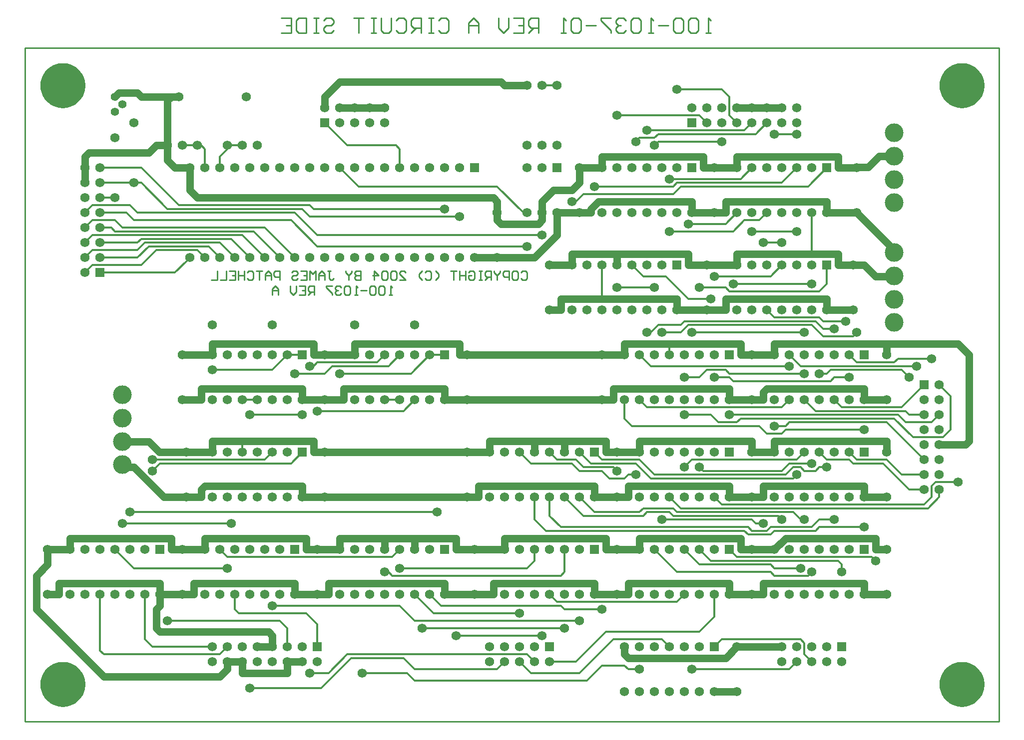
<source format=gbl>
*%FSLAX24Y24*%
*%MOIN*%
G01*
%ADD11C,0.0073*%
%ADD12C,0.0080*%
%ADD13C,0.0100*%
%ADD14C,0.0120*%
%ADD15C,0.0200*%
%ADD16C,0.0320*%
%ADD17C,0.0360*%
%ADD18C,0.0500*%
%ADD19C,0.0520*%
%ADD20C,0.0550*%
%ADD21C,0.0560*%
%ADD22C,0.0610*%
%ADD23C,0.0620*%
%ADD24C,0.0660*%
%ADD25C,0.0680*%
%ADD26C,0.0700*%
%ADD27C,0.0900*%
%ADD28C,0.1250*%
%ADD29C,0.1290*%
%ADD30C,0.1310*%
%ADD31C,0.1400*%
%ADD32C,0.1600*%
%ADD33C,0.2500*%
%ADD34R,0.0620X0.0620*%
%ADD35R,0.0680X0.0680*%
%ADD36R,0.2500X0.2500*%
D13*
X89470Y84020D02*
X89670D01*
X89570D02*
X89470D01*
X89570D02*
Y84620D01*
X89571D01*
X89570D02*
X89670Y84520D01*
X89170D02*
X89070Y84620D01*
X88870D01*
X88770Y84520D01*
Y84120D01*
X88870Y84020D01*
X89070D01*
X89170Y84120D01*
Y84520D01*
X88570D02*
X88470Y84620D01*
X88270D01*
X88170Y84520D01*
Y84120D01*
X88270Y84020D01*
X88470D01*
X88570Y84120D01*
Y84520D01*
X87971Y84320D02*
X87571D01*
X87371Y84020D02*
X87171D01*
X87271D01*
Y84620D01*
X87272D01*
X87271D02*
X87371Y84520D01*
X86871D02*
X86771Y84620D01*
X86571D01*
X86471Y84520D01*
Y84120D01*
X86571Y84020D01*
X86771D01*
X86871Y84120D01*
Y84520D01*
X86271D02*
X86171Y84620D01*
X85971D01*
X85871Y84520D01*
Y84420D01*
X85872D01*
X85871D02*
X85872D01*
X85871D02*
X85872D01*
X85871D02*
X85971Y84320D01*
X86071D01*
X85971D01*
X85871Y84220D01*
Y84120D01*
X85971Y84020D01*
X86171D01*
X86271Y84120D01*
X85671Y84620D02*
X85271D01*
Y84520D01*
X85671Y84120D01*
Y84020D01*
X84472D02*
Y84620D01*
X84172D01*
X84072Y84520D01*
Y84320D01*
X84172Y84220D01*
X84472D01*
X84272D02*
X84072Y84020D01*
X83872Y84620D02*
X83472D01*
X83872D02*
Y84020D01*
X83472D01*
X83672Y84320D02*
X83872D01*
X83272Y84220D02*
Y84620D01*
Y84220D02*
X83072Y84020D01*
X82872Y84220D01*
Y84620D01*
X82072Y84420D02*
Y84020D01*
Y84420D02*
X81873Y84620D01*
X81673Y84420D01*
Y84020D01*
Y84320D01*
X82072D01*
X98270Y85520D02*
X98370Y85620D01*
X98570D01*
X98670Y85520D01*
Y85120D01*
X98570Y85020D01*
X98370D01*
X98270Y85120D01*
X97970Y85620D02*
X97770D01*
X97970D02*
X98070Y85520D01*
Y85120D01*
X97970Y85020D01*
X97770D01*
X97670Y85120D01*
Y85520D01*
X97770Y85620D01*
X97470D02*
Y85020D01*
Y85620D02*
X97170D01*
X97071Y85520D01*
Y85320D01*
X97170Y85220D01*
X97470D01*
X96871Y85520D02*
Y85620D01*
Y85520D02*
X96671Y85320D01*
X96471Y85520D01*
Y85620D01*
X96671Y85320D02*
Y85020D01*
X96271D02*
Y85620D01*
X95971D01*
X95871Y85520D01*
Y85320D01*
X95971Y85220D01*
X96271D01*
X96071D02*
X95871Y85020D01*
X95671Y85620D02*
X95471D01*
X95571D01*
Y85020D01*
X95671D01*
X95471D01*
X94871Y85620D02*
X94771Y85520D01*
X94871Y85620D02*
X95071D01*
X95171Y85520D01*
Y85120D01*
X95071Y85020D01*
X94871D01*
X94771Y85120D01*
Y85320D01*
X94971D01*
X94571Y85620D02*
Y85020D01*
Y85320D01*
X94171D01*
Y85620D01*
Y85020D01*
X93972Y85620D02*
X93572D01*
X93772D01*
Y85020D01*
X92772Y85220D02*
X92572Y85020D01*
X92772Y85220D02*
Y85420D01*
X92572Y85620D01*
X91972D02*
X91872Y85520D01*
X91972Y85620D02*
X92172D01*
X92272Y85520D01*
Y85120D01*
X92172Y85020D01*
X91972D01*
X91872Y85120D01*
X91672Y85020D02*
X91472Y85220D01*
Y85420D01*
X91672Y85620D01*
X90573Y85020D02*
X90173D01*
X90573D02*
X90173Y85420D01*
Y85520D01*
X90273Y85620D01*
X90473D01*
X90573Y85520D01*
X89973D02*
X89873Y85620D01*
X89673D01*
X89573Y85520D01*
Y85120D01*
X89673Y85020D01*
X89873D01*
X89973Y85120D01*
Y85520D01*
X89373D02*
X89273Y85620D01*
X89073D01*
X88973Y85520D01*
Y85120D01*
X89073Y85020D01*
X89273D01*
X89373Y85120D01*
Y85520D01*
X88473Y85620D02*
Y85020D01*
X88773Y85320D02*
X88473Y85620D01*
X88373Y85320D02*
X88773D01*
X87574Y85620D02*
Y85020D01*
X87274D01*
X87174Y85120D01*
Y85220D01*
X87274Y85320D01*
X87574D01*
X87575D01*
X87574D02*
X87575D01*
X87574D02*
X87575D01*
X87574D02*
X87274D01*
X87174Y85420D01*
Y85520D01*
X87274Y85620D01*
X87574D01*
X86974D02*
Y85520D01*
X86774Y85320D01*
X86574Y85520D01*
Y85620D01*
X86774Y85320D02*
Y85020D01*
X85574Y85620D02*
X85374D01*
X85474D02*
X85574D01*
X85474D02*
Y85120D01*
X85574Y85020D01*
X85674D01*
X85774Y85120D01*
X85174Y85020D02*
Y85420D01*
X84974Y85620D01*
X84775Y85420D01*
Y85020D01*
Y85320D01*
X85174D01*
X84575Y85020D02*
Y85620D01*
X84375Y85420D01*
X84175Y85620D01*
Y85020D01*
X83975Y85620D02*
X83575D01*
X83975D02*
Y85020D01*
X83575D01*
X83775Y85320D02*
X83975D01*
X83075Y85620D02*
X82975Y85520D01*
X83075Y85620D02*
X83275D01*
X83375Y85520D01*
Y85420D01*
X83275Y85320D01*
X83075D01*
X82975Y85220D01*
Y85120D01*
X83075Y85020D01*
X83275D01*
X83375Y85120D01*
X82175Y85020D02*
Y85620D01*
X81875D01*
X81775Y85520D01*
Y85320D01*
X81875Y85220D01*
X82175D01*
X81576Y85020D02*
Y85420D01*
X81376Y85620D01*
X81176Y85420D01*
Y85020D01*
Y85320D01*
X81576D01*
X80976Y85620D02*
X80576D01*
X80776D01*
Y85020D01*
X80076Y85620D02*
X79976Y85520D01*
X80076Y85620D02*
X80276D01*
X80376Y85520D01*
Y85120D01*
X80276Y85020D01*
X80076D01*
X79976Y85120D01*
X79776Y85020D02*
Y85620D01*
Y85320D02*
Y85020D01*
Y85320D02*
X79376D01*
Y85620D01*
Y85020D01*
X79176Y85620D02*
X78776D01*
X79176D02*
Y85020D01*
X78776D01*
X78976Y85320D02*
X79176D01*
X78576Y85620D02*
Y85020D01*
X78177D01*
X77977D02*
Y85620D01*
Y85020D02*
X77577D01*
X110587Y101520D02*
X110920D01*
X110753D02*
X110587D01*
X110753D02*
Y102520D01*
X110754D01*
X110753D02*
X110920Y102353D01*
X110087D02*
X109920Y102520D01*
X109587D01*
X109420Y102353D01*
Y101687D01*
X109587Y101520D01*
X109920D01*
X110087Y101687D01*
Y102353D01*
X109087D02*
X108921Y102520D01*
X108587D01*
X108421Y102353D01*
Y101687D01*
X108587Y101520D01*
X108921D01*
X109087Y101687D01*
Y102353D01*
X108088Y102020D02*
X107421D01*
X107088Y101520D02*
X106755D01*
X106921D01*
Y102520D01*
X106922D01*
X106921D02*
X107088Y102353D01*
X106255D02*
X106088Y102520D01*
X105755D01*
X105588Y102353D01*
Y101687D01*
X105755Y101520D01*
X106088D01*
X106255Y101687D01*
Y102353D01*
X105255D02*
X105089Y102520D01*
X104755D01*
X104589Y102353D01*
Y102186D01*
X104590D01*
X104589D02*
X104590D01*
X104589D02*
X104590D01*
X104589D02*
X104755Y102020D01*
X104922D01*
X104755D01*
X104589Y101853D01*
Y101687D01*
X104755Y101520D01*
X105089D01*
X105255Y101687D01*
X104255Y102520D02*
X103589D01*
Y102353D01*
X104255Y101687D01*
Y101520D01*
X103256Y102020D02*
X102589D01*
X102256Y102353D02*
X102090Y102520D01*
X101756D01*
X101590Y102353D01*
Y101687D01*
X101756Y101520D01*
X102090D01*
X102256Y101687D01*
Y102353D01*
X101256Y101520D02*
X100923D01*
X101090D01*
Y102520D01*
X101091D01*
X101090D02*
X101256Y102353D01*
X99424Y102520D02*
Y101520D01*
Y102520D02*
X98924D01*
X98757Y102353D01*
Y102020D01*
X98924Y101853D01*
X99424D01*
X99090D02*
X98757Y101520D01*
X98424Y102520D02*
X97758D01*
X98424D02*
Y101520D01*
X97758D01*
X98091Y102020D02*
X98424D01*
X97424Y101853D02*
Y102520D01*
Y101853D02*
X97091Y101520D01*
X96758Y101853D01*
Y102520D01*
X95425Y102186D02*
Y101520D01*
Y102186D02*
X95092Y102520D01*
X94759Y102186D01*
Y101520D01*
Y102020D01*
X95425D01*
X92926Y102520D02*
X92759Y102353D01*
X92926Y102520D02*
X93259D01*
X93426Y102353D01*
Y101687D01*
X93259Y101520D01*
X92926D01*
X92759Y101687D01*
X92426Y102520D02*
X92093D01*
X92259D01*
Y101520D01*
X92426D01*
X92093D01*
X91593D02*
Y102520D01*
X91093D01*
X90926Y102353D01*
Y102020D01*
X91093Y101853D01*
X91593D01*
X91260D02*
X90926Y101520D01*
X89927Y102353D02*
X90093Y102520D01*
X90427D01*
X90593Y102353D01*
Y101687D01*
X90427Y101520D01*
X90093D01*
X89927Y101687D01*
X89594D02*
Y102520D01*
Y101687D02*
X89427Y101520D01*
X89094D01*
X88927Y101687D01*
Y102520D01*
X88594D02*
X88261D01*
X88427D01*
Y101520D01*
X88594D01*
X88261D01*
X87761Y102520D02*
X87094D01*
X87428D01*
Y101520D01*
X85262Y102520D02*
X85095Y102353D01*
X85262Y102520D02*
X85595D01*
X85761Y102353D01*
Y102186D01*
X85595Y102020D01*
X85262D01*
X85095Y101853D01*
Y101687D01*
X85262Y101520D01*
X85595D01*
X85761Y101687D01*
X84762Y102520D02*
X84429D01*
X84595D01*
Y101520D01*
X84762D01*
X84429D01*
X83929D02*
Y102520D01*
Y101520D02*
X83429D01*
X83262Y101687D01*
Y102353D01*
X83429Y102520D01*
X83929D01*
X82929D02*
X82263D01*
X82929D02*
Y101520D01*
X82263D01*
X82596Y102020D02*
X82929D01*
X65170Y55520D02*
X130170D01*
Y100520D02*
X65170D01*
X130170D02*
Y55520D01*
X65170D02*
Y100520D01*
D14*
X117420Y91270D02*
X118670Y92520D01*
X125170Y78020D02*
X123670Y76520D01*
X86920Y59770D02*
X84920Y57770D01*
X85420Y58770D02*
X86670Y60020D01*
X102170Y58770D02*
X104420Y61020D01*
X103920Y61520D02*
X101920Y59520D01*
X90920Y78770D02*
X92170Y80020D01*
X107920Y85270D02*
X109420Y83770D01*
X122670Y75520D02*
X125170Y73020D01*
X124420Y74520D02*
X123170Y75770D01*
X122420Y72770D02*
X124170Y71020D01*
X75420Y90020D02*
X72920Y92520D01*
Y91520D02*
X74670Y89770D01*
X83170Y89520D02*
X84670Y88020D01*
Y87270D02*
X82920Y89020D01*
X91170Y64020D02*
X92420Y62770D01*
X81170Y86520D02*
X79670Y88020D01*
X78920Y87770D02*
X80170Y86520D01*
X80420Y88270D02*
X82170Y86520D01*
X83170D02*
X81170Y88520D01*
X96670Y91270D02*
X98420Y89520D01*
X87420Y91270D02*
X86170Y92520D01*
X86670Y94020D02*
X85170Y95520D01*
X107170Y67020D02*
X108670Y65520D01*
X102420Y69270D02*
X101170Y70520D01*
X72420Y65770D02*
X71170Y67020D01*
X80170Y57770D02*
X84920D01*
X85420Y58770D02*
X84170D01*
X91170Y59020D02*
X96670D01*
X98920Y58770D02*
X102170D01*
X105420Y59020D02*
X106170D01*
X102670Y58270D02*
X91170D01*
X90670Y58770D02*
X87670D01*
X109670Y59020D02*
X116170D01*
X77670Y60520D02*
X73670D01*
X70420Y60020D02*
X78170D01*
X86670D02*
X98670D01*
X88920Y59770D02*
X86920D01*
X88920D02*
X90420D01*
X104420Y61020D02*
X107670D01*
X105170Y59270D02*
X103670D01*
X111670Y61020D02*
X116920D01*
X101920Y59520D02*
X100170D01*
X70170Y60270D02*
Y64020D01*
X69170Y85520D02*
X69670Y86020D01*
X69170Y86520D02*
X69670Y87020D01*
X69170Y87520D02*
X69670Y88020D01*
X69170Y88520D02*
X69670Y89020D01*
X69170Y89520D02*
X69670Y90020D01*
X70170Y60270D02*
X70420Y60020D01*
X91170Y62270D02*
X102170D01*
X98170Y62770D02*
X92420D01*
X101170Y63020D02*
X103670D01*
X101170Y61770D02*
X91670D01*
X93920Y61270D02*
X99670D01*
X103920Y61520D02*
X110170D01*
X83920Y62770D02*
X79420D01*
X82170Y62270D02*
X74670D01*
X72670Y86520D02*
X73420Y87270D01*
X73170Y87520D02*
X72670Y87020D01*
Y87520D02*
X72920Y87770D01*
X71170Y88270D02*
X70920Y88520D01*
X71170Y89020D02*
X71670Y88520D01*
X72420Y89020D02*
X71920Y89520D01*
X72170Y90020D02*
X72670Y89520D01*
X81670Y63270D02*
X90170D01*
X92920D02*
X100920D01*
X100670Y63520D02*
X108670D01*
X73170Y64020D02*
Y61020D01*
X72920Y86020D02*
X73920Y87020D01*
X73170Y61020D02*
X73670Y60520D01*
Y72270D02*
X74170Y72770D01*
X78670Y66520D02*
X89670D01*
X90170Y65770D02*
X98670D01*
X89420Y65520D02*
X89170D01*
X89670Y65270D02*
X100920D01*
X115170D02*
X117420D01*
X114920Y65520D02*
X108670D01*
X115170Y65770D02*
X116920D01*
X114920Y66020D02*
X110170D01*
X112670Y66520D02*
X121670D01*
X119420Y66270D02*
X110920D01*
X78670Y65770D02*
X72420D01*
X75170Y85520D02*
X75920Y86270D01*
X76170Y86520D01*
X76670Y87020D02*
X77170Y86520D01*
X113920Y68770D02*
X114420D01*
X114670Y68270D02*
X113670D01*
X113420Y68520D02*
X100920D01*
X114920D02*
X117670D01*
X113170Y68270D02*
X99920D01*
X113420Y68020D02*
X114920D01*
X115170Y68270D02*
X117920D01*
X118170Y68520D02*
X121170D01*
X78920Y68770D02*
X71670D01*
X78170Y92520D02*
Y93270D01*
X77170Y93770D02*
Y92520D01*
X78670Y60520D02*
X78170Y60020D01*
Y93270D02*
X78670Y93770D01*
X78170Y67020D02*
X78670Y66520D01*
X78170Y86520D02*
X77420Y87270D01*
X78170Y87520D02*
X79170Y86520D01*
X77170Y93770D02*
X76920Y94020D01*
X102420Y69270D02*
X106420D01*
X106670Y69520D02*
X108170D01*
X108420Y69270D02*
X115420D01*
X106170Y69520D02*
X103170D01*
X106420Y69770D02*
X108420D01*
X108670Y69520D02*
X116420D01*
X113670Y69020D02*
X107670D01*
X111670Y70020D02*
X125170D01*
X125420Y69770D02*
X108920D01*
X116920Y69020D02*
X117170D01*
X118170D02*
X119170D01*
X92670Y69520D02*
X72170D01*
X78670Y93770D02*
Y94020D01*
X79170Y64020D02*
Y63020D01*
X79670Y73520D02*
Y74270D01*
X79170Y63020D02*
X79420Y62770D01*
X110420Y72270D02*
X115670D01*
X116170Y72770D02*
X117670D01*
X116920Y72520D02*
X116420D01*
X115920Y72020D02*
X107170D01*
X106920Y71770D02*
X116420D01*
X125920Y71520D02*
X127420D01*
X117920Y72270D02*
X117170D01*
X118170Y72520D02*
X118670D01*
X124170Y71020D02*
X125170D01*
X122420Y72770D02*
X120420D01*
X123670Y72020D02*
X125170D01*
X105920Y72770D02*
X102920D01*
X102420Y72520D02*
X104420D01*
X105420Y72020D02*
X105920D01*
X105170Y71770D02*
X104170D01*
X103670Y72270D02*
X102170D01*
X101670Y72770D02*
X98920D01*
X82920D02*
X74170D01*
X81670Y79020D02*
X82670Y80020D01*
X82170Y62270D02*
X82670Y61770D01*
X81170Y73020D02*
X81670Y73520D01*
X109670Y73020D02*
X116670D01*
X115670Y74770D02*
X114670D01*
X124420Y74520D02*
X126420D01*
X120170Y73020D02*
X118670D01*
X120670D02*
X122670D01*
X101920D02*
X100670D01*
X103670D02*
X106170D01*
X81170D02*
X73670D01*
X82670Y61770D02*
Y60520D01*
X84420Y79270D02*
X84670Y79520D01*
X84420Y89770D02*
X84170Y90020D01*
X83670Y89770D02*
X84170Y89270D01*
X83920Y62770D02*
X84670Y62020D01*
X82920Y72770D02*
X83670Y73520D01*
X105670Y75270D02*
X114170D01*
X115920Y75020D02*
X121170D01*
X115920Y75270D02*
X115170D01*
X116170Y75520D02*
X122670D01*
X123170Y75770D02*
X112920D01*
X112670Y75520D02*
X111420D01*
X115670Y76520D02*
X106670D01*
X109170Y76020D02*
X110920D01*
X112170D02*
X123420D01*
X123920Y75520D02*
X125670D01*
X125170Y76020D02*
X124170D01*
X123920Y76270D02*
X117920D01*
X119670Y76520D02*
X123670D01*
X90420Y76270D02*
X84670D01*
X83670Y76020D02*
X80170D01*
X84670Y62020D02*
Y60520D01*
X85170Y78770D02*
X85670Y79270D01*
X109170Y78520D02*
X110170D01*
X112170Y78770D02*
X117170D01*
X112170Y78520D02*
X111170D01*
X112420Y78270D02*
X118920D01*
X119170Y78520D02*
X120170D01*
X118670Y78770D02*
X118170D01*
X90170Y77020D02*
X89170D01*
X80670D02*
X79670D01*
X86170Y78770D02*
X90920D01*
X85170D02*
X83170D01*
X106920Y79270D02*
X116170D01*
X111920Y79020D02*
X110670D01*
X118920D02*
X123670D01*
X124670Y79270D02*
X116920D01*
X120670Y79520D02*
X123170D01*
X123420Y79770D02*
X125670D01*
X93170Y80020D02*
X92170D01*
X81670Y79020D02*
X77670D01*
X82670Y80020D02*
X83670D01*
X84670Y79520D02*
X88670D01*
X84420Y79270D02*
X84170D01*
X85670D02*
X89420D01*
X90170Y92520D02*
Y93770D01*
Y67020D02*
X89670Y66520D01*
X88670Y79520D02*
X89170Y80020D01*
X89420Y79270D02*
X90170Y80020D01*
Y63270D02*
X91170Y62270D01*
X89670Y65270D02*
X89420Y65520D01*
X90170Y93770D02*
X89920Y94020D01*
X115170Y82520D02*
X118170D01*
X118420Y82270D02*
X119920D01*
X119170Y81770D02*
X118420D01*
X117920Y82270D02*
X109170D01*
X108920Y82020D02*
X107420D01*
X106920Y81520D02*
X106670D01*
X118420Y81270D02*
X120420D01*
X117670Y82020D02*
X109420D01*
X108920Y81520D02*
X107670D01*
X109670D02*
X117170D01*
X91170Y77020D02*
X90420Y76270D01*
Y59770D02*
X91170Y59020D01*
X90670Y58770D02*
X91170Y58270D01*
X92920Y63270D02*
X92170Y64020D01*
X109420Y83770D02*
X110920D01*
X107170Y84520D02*
X104670D01*
X112170Y84270D02*
X118170D01*
X111920Y84520D02*
X110170D01*
X107920Y85270D02*
X106420D01*
X112420Y84770D02*
X117670D01*
X114920Y85270D02*
X111170D01*
X75170Y85520D02*
X70170D01*
X69670Y86020D02*
X72920D01*
X72670Y86520D02*
X70170D01*
X108170Y88270D02*
X112420D01*
X114420Y87520D02*
X115670D01*
X116670Y88270D02*
X113670D01*
X99670Y88020D02*
X84670D01*
Y87270D02*
X98670D01*
X76670Y87020D02*
X73920D01*
X73420Y87270D02*
X77420D01*
X72670Y87020D02*
X69670D01*
X73170Y87520D02*
X78170D01*
X72670D02*
X70170D01*
X69670Y88020D02*
X72670D01*
X73670D02*
X79670D01*
X73670D02*
X72670D01*
X72920Y87770D02*
X78920D01*
X80420Y88270D02*
X71170D01*
X70920Y88520D02*
X70170D01*
X71670D02*
X81170D01*
X97170Y59520D02*
X96670Y59020D01*
X98170Y59520D02*
X98920Y58770D01*
Y72770D02*
X98170Y73520D01*
X71170Y90520D02*
X70170D01*
X101670Y90270D02*
X101920D01*
X113170Y89020D02*
X114170D01*
X111920Y88770D02*
X109420D01*
X84170Y90020D02*
X75420D01*
X84420Y89770D02*
X93170D01*
X83670D02*
X74670D01*
X84170Y89270D02*
X94170D01*
X83170Y89520D02*
X72670D01*
X72420Y89020D02*
X82920D01*
X71170D02*
X69670D01*
X70170Y89520D02*
X71920D01*
X72170Y90020D02*
X69670D01*
X98420Y89520D02*
X98670D01*
X99170Y67020D02*
Y66270D01*
Y69020D02*
Y70520D01*
X100170D02*
Y69270D01*
X99170Y66270D02*
X98670Y65770D01*
Y60020D02*
X99170Y59520D01*
X99920Y68270D02*
X99170Y69020D01*
X100170Y69270D02*
X100920Y68520D01*
X100170Y64020D02*
X100670Y63520D01*
Y73020D02*
X100170Y73520D01*
X102420Y90770D02*
X108420D01*
X108920Y91270D02*
X117420D01*
X108420D02*
X103170D01*
X108670Y91520D02*
X115670D01*
X112920Y91770D02*
X108170D01*
X72920Y91520D02*
X72420D01*
X70170D01*
X87420Y91270D02*
X96670D01*
X101170Y67020D02*
Y65520D01*
X101920Y90270D02*
X102420Y90770D01*
X101170Y65520D02*
X100920Y65270D01*
Y63270D02*
X101170Y63020D01*
X102420Y72520D02*
X101920Y73020D01*
X101670Y72770D02*
X102170Y72270D01*
X107420Y94270D02*
X111670D01*
X72920Y92520D02*
X70170D01*
X86670Y94020D02*
X89920D01*
X79670D02*
X78670D01*
X76920D02*
X76670D01*
X75670D01*
X103670Y86020D02*
Y83770D01*
Y59270D02*
X102670Y58270D01*
X103170Y69520D02*
X102170Y70520D01*
X103670Y73020D02*
X103170Y73520D01*
X102920Y72770D02*
X102170Y73520D01*
X103670Y72270D02*
X104170Y71770D01*
X106170Y94520D02*
X107170D01*
X107420Y94770D02*
X113920D01*
X113170Y95020D02*
X106670D01*
X104670Y96020D02*
X110170D01*
X115170Y94770D02*
X116670D01*
X105170Y77020D02*
Y75770D01*
X105920Y94270D02*
X106170Y94520D01*
X105420Y72020D02*
X105170Y71770D01*
X106420Y85270D02*
X105670Y86020D01*
X105920Y72770D02*
X106920Y71770D01*
X105670Y75270D02*
X105170Y75770D01*
Y59270D02*
X105420Y59020D01*
X104670Y72270D02*
X104420Y72520D01*
X108670Y97770D02*
X111670D01*
X100670Y98020D02*
X99670D01*
X107170Y94020D02*
X107420Y94270D01*
X107170Y94520D02*
X107420Y94770D01*
X106670Y69520D02*
X106420Y69270D01*
X106170Y69520D02*
X106420Y69770D01*
X106920Y81520D02*
X107420Y82020D01*
X106170Y73020D02*
X107170Y72020D01*
X106920Y79270D02*
X106170Y80020D01*
Y77020D02*
X106670Y76520D01*
X107670Y61020D02*
X108170Y60520D01*
Y80020D02*
Y80770D01*
X108420Y90770D02*
X108920Y91270D01*
X108670Y91520D02*
X108420Y91270D01*
X109670Y73020D02*
X109170Y72520D01*
X108920Y82020D02*
X109170Y82270D01*
X109420Y82020D02*
X108920Y81520D01*
X109170Y64020D02*
X108670Y63520D01*
X108420Y69270D02*
X108170Y69520D01*
X108420Y69770D02*
X108670Y69520D01*
X108920Y69770D02*
X108170Y70520D01*
X109170Y67020D02*
X110170Y66020D01*
X111170Y64020D02*
Y62520D01*
X111920Y88770D02*
X112670Y89520D01*
X110670Y79020D02*
X110170Y78520D01*
X111670Y61020D02*
X111170Y60520D01*
X110170Y61520D02*
X111170Y62520D01*
X112170Y84270D02*
X111920Y84520D01*
X112170Y97270D02*
X111670Y97770D01*
X110170Y96020D02*
X110670Y95520D01*
X110170Y72520D02*
X110420Y72270D01*
X111170Y70520D02*
X111670Y70020D01*
X112170Y78770D02*
X111920Y79020D01*
X110920Y76020D02*
X111420Y75520D01*
X110170Y67020D02*
X110920Y66270D01*
X112170Y96020D02*
Y97270D01*
X113670Y92520D02*
X112920Y91770D01*
X113170Y89020D02*
X112420Y88270D01*
X113170Y95020D02*
X113670Y95520D01*
X112920Y75770D02*
X112670Y75520D01*
Y95520D02*
X112170Y96020D01*
X113420Y68520D02*
X113670Y68270D01*
X113420Y68020D02*
X113170Y68270D01*
X113670Y69020D02*
X113920Y68770D01*
X112420Y78270D02*
X112170Y78520D01*
Y67020D02*
X112670Y66520D01*
X115670Y91520D02*
X116670Y92520D01*
X114670Y89520D02*
X114170Y89020D01*
X115670Y86020D02*
X114920Y85270D01*
X113920Y94770D02*
X114670Y95520D01*
X116170Y72770D02*
X115670Y72270D01*
Y74770D02*
X115920Y75020D01*
X114920Y68520D02*
X114670Y68270D01*
X114920Y68020D02*
X115170Y68270D01*
X115670Y76520D02*
X116170Y77020D01*
X115170Y82520D02*
X114670Y83020D01*
X114170Y75270D02*
X114670Y74770D01*
X114920Y65520D02*
X115170Y65270D01*
Y65770D02*
X114920Y66020D01*
X115670Y69020D02*
X115420Y69270D01*
X117170Y60770D02*
Y60020D01*
X117670Y86770D02*
Y89520D01*
X117170Y73520D02*
X116670Y73020D01*
X116420Y72520D02*
X115920Y72020D01*
X116420Y71770D02*
X116670Y72020D01*
X115920Y75270D02*
X116170Y75520D01*
X117670Y65520D02*
X117420Y65270D01*
X117670Y68520D02*
X118170Y69020D01*
X116670Y59520D02*
X116170Y59020D01*
X116920Y69020D02*
X116420Y69520D01*
X117170Y72270D02*
X116920Y72520D01*
X118420Y81270D02*
X117670Y82020D01*
X116170Y80020D02*
X116920Y79270D01*
X117170Y77020D02*
X117920Y76270D01*
X116920Y61020D02*
X117170Y60770D01*
Y60020D02*
X117670Y59520D01*
X118670Y84770D02*
Y86020D01*
X119670Y66020D02*
Y65520D01*
X118170Y84270D02*
X118670Y84770D01*
X118170Y72520D02*
X117920Y72270D01*
X118920Y78270D02*
X119170Y78520D01*
X118670Y78770D02*
X118920Y79020D01*
X118170Y68520D02*
X117920Y68270D01*
X118420Y82270D02*
X118170Y82520D01*
X117920Y82270D02*
X118420Y81770D01*
X118170Y73520D02*
X118670Y73020D01*
X119670Y76520D02*
X119170Y77020D01*
X119420Y66270D02*
X119670Y66020D01*
X120420Y81270D02*
X120670Y81520D01*
X120170Y80020D02*
X120670Y79520D01*
X120170Y73020D02*
X120420Y72770D01*
X120670Y73020D02*
X120170Y73520D01*
X121670Y66520D02*
X121920Y66270D01*
X123170Y79520D02*
X123420Y79770D01*
Y76020D02*
X123920Y75520D01*
X122670Y73020D02*
X123670Y72020D01*
X125170Y70020D02*
X125670Y70520D01*
X126170D02*
X125420Y69770D01*
X123920Y78770D02*
X123670Y79020D01*
X123920Y78770D02*
X124170Y78520D01*
X123920Y76270D02*
X124170Y76020D01*
X125670Y71270D02*
Y70520D01*
X126170D02*
Y71020D01*
X126920Y75020D02*
Y75270D01*
Y77270D01*
X125920Y71520D02*
X125670Y71270D01*
X126420Y74520D02*
X126920Y75020D01*
X126170Y76020D02*
X125670Y75520D01*
X126920Y77270D02*
X126170Y78020D01*
D18*
X71420Y97520D02*
X71170Y97270D01*
X127920Y74020D02*
X128170Y74270D01*
X66670Y66020D02*
X65920Y65270D01*
X78170Y58520D02*
X78670Y59020D01*
X74170Y63270D02*
X73920Y63020D01*
X115170Y67020D02*
X115920Y67770D01*
X121420Y92550D02*
X122170Y93300D01*
X103420Y90270D02*
X102920Y89770D01*
X114670Y77770D02*
X114420Y77520D01*
X100670Y88020D02*
X99170Y86520D01*
X99420Y88770D02*
X99670Y89020D01*
X74920Y97270D02*
X74670Y97020D01*
X101670Y91020D02*
X102170Y91520D01*
X100420Y91020D02*
X99670Y90270D01*
X86170Y98270D02*
X85170Y97270D01*
X69420Y93520D02*
X69170Y93270D01*
X73420Y93520D02*
X73920Y94020D01*
X77170Y71270D02*
X76920Y71020D01*
X111920Y59770D02*
X112670Y60520D01*
X123170Y87020D02*
X120670Y89520D01*
X127420Y80770D02*
X128170Y80020D01*
X70420Y58520D02*
X65920Y63020D01*
X73920Y61770D02*
X74170Y61520D01*
X81420D02*
X81670Y61270D01*
X72920Y97270D02*
X72670Y97520D01*
X121170Y86020D02*
X121920Y85270D01*
X96920Y88770D02*
X96670Y89020D01*
Y90270D02*
X96420Y90520D01*
X76670D02*
X76170Y91020D01*
X75170Y92520D02*
X74670Y93020D01*
X96920Y98270D02*
X97170Y98020D01*
X105170Y60020D02*
X105420Y59770D01*
X74420Y70520D02*
X72420Y72520D01*
X73420Y74240D02*
X74140Y73520D01*
X66670Y67020D02*
Y66020D01*
X65920Y65270D02*
Y63020D01*
X70420Y58520D02*
X78170D01*
X79670Y58770D02*
X82670D01*
X111170Y57520D02*
X112670D01*
X67420Y64020D02*
Y64770D01*
X68170Y67020D02*
Y67770D01*
X78670Y59520D02*
X79670D01*
X80670Y60520D02*
X81670D01*
X82670Y59520D02*
X83670D01*
X105420Y59770D02*
X111920D01*
X112670Y60520D02*
X115670D01*
X69170Y91520D02*
Y92520D01*
Y93270D01*
X74170Y61520D02*
X81420D01*
X71670Y72520D02*
Y72680D01*
X74170Y64020D02*
X75670D01*
X74170Y64770D02*
X67420D01*
Y64020D02*
X66670D01*
X76420Y64770D02*
X83170D01*
X76420Y64020D02*
X75670D01*
X85420Y64770D02*
X93170D01*
X84670Y64020D02*
X83170D01*
X84670D02*
X85420D01*
X93170D02*
X95170D01*
X105420Y64770D02*
X112170D01*
X104670Y64020D02*
X103170D01*
X104670D02*
X105420D01*
X112170D02*
X113670D01*
X121170D02*
X122670D01*
X121170Y64770D02*
X114420D01*
Y64020D02*
X113670D01*
X103170Y64770D02*
X96420D01*
Y64020D02*
X95170D01*
X74170D02*
Y63270D01*
Y64020D02*
Y64770D01*
X73920Y63020D02*
Y61770D01*
X74670Y93020D02*
Y94020D01*
Y97020D01*
X68170Y67020D02*
X66670D01*
X74920D02*
X75670D01*
X77170D01*
X83920D02*
X84670D01*
X86170D01*
X93920D02*
X95170D01*
X97170D01*
X103920D02*
X104670D01*
X106170D01*
X112920D02*
X113670D01*
X121920D02*
X122670D01*
X115170D02*
X113670D01*
X76170Y91020D02*
Y92520D01*
X76420Y64770D02*
Y64020D01*
X74920Y67020D02*
Y67770D01*
X115920D02*
X121920D01*
X74920D02*
X68170D01*
X77170D02*
X83920D01*
X86170D02*
X89170D01*
X91170D01*
X93920D01*
X97170D02*
X103920D01*
X106170D02*
X112920D01*
X77170D02*
Y67020D01*
X76920Y70520D02*
Y71020D01*
X77670Y73520D02*
Y74270D01*
X76920Y77020D02*
Y77770D01*
X77670Y80020D02*
Y80770D01*
X121170Y70520D02*
X122670D01*
X114420D02*
X113670D01*
X112170D01*
X104670D02*
X103170D01*
X95420D02*
X94670D01*
X93170D01*
X86420D02*
X85170D01*
X83670D01*
X76920D02*
X75920D01*
X74420D01*
X104670D02*
X105420D01*
X93170D02*
X86420D01*
X78670Y59520D02*
Y59020D01*
X79670Y58770D02*
Y59520D01*
X114420Y71270D02*
X121170D01*
X112170D02*
X105420D01*
X103170D02*
X95420D01*
X83670D02*
X77170D01*
X72420Y72520D02*
X71670D01*
X81670Y61270D02*
Y60520D01*
X126170Y74020D02*
X127920D01*
X73420Y74240D02*
X71670D01*
X74140Y73520D02*
X75920D01*
X77670Y74270D02*
X84420D01*
X77670Y73520D02*
X75920D01*
X84420D02*
X85170D01*
X87170D01*
X96170Y74270D02*
X99170D01*
X96170Y73520D02*
X94670D01*
X99170Y74270D02*
X101170D01*
X103920D01*
Y73520D02*
X104670D01*
X106170Y74270D02*
X113670D01*
X106170Y73520D02*
X104670D01*
X115170Y74270D02*
X122670D01*
X115170Y73520D02*
X113670D01*
X94670D02*
X87170D01*
X82670Y59520D02*
Y58770D01*
X83170Y64020D02*
Y64770D01*
X83920Y67020D02*
Y67770D01*
X83670Y70520D02*
Y71270D01*
X84420Y73520D02*
Y74270D01*
X83670Y77020D02*
Y77770D01*
X84420Y80020D02*
Y80770D01*
X85170Y96520D02*
Y97270D01*
X85420Y64770D02*
Y64020D01*
X86170Y67020D02*
Y67770D01*
X86420Y77020D02*
Y77770D01*
X121170Y77020D02*
X122670D01*
X114420D02*
X113670D01*
X112170D01*
X114670Y77770D02*
X121170D01*
X104420Y77020D02*
X103670D01*
X94670D01*
X104420Y77770D02*
X112170D01*
X94670Y77020D02*
X93170D01*
X83670Y77770D02*
X76920D01*
Y77020D02*
X75670D01*
X86420Y77770D02*
X93170D01*
X85170Y77020D02*
X83670D01*
X85170D02*
X86420D01*
X87170Y80020D02*
Y80770D01*
X103670Y80020D02*
X105170D01*
X103670D02*
X94670D01*
X94170D01*
X112920D02*
X113670D01*
X115170D01*
X87170D02*
X85170D01*
X84420D01*
X77670D02*
X75670D01*
X89170Y67770D02*
Y67270D01*
Y67020D01*
Y67770D01*
X122670Y80770D02*
X127420D01*
X122670D02*
X115170D01*
X112920D02*
X105170D01*
X94170D02*
X87170D01*
X84420D02*
X77670D01*
X91170Y67770D02*
Y67020D01*
X108670Y83020D02*
X110420D01*
X100920D02*
X100170D01*
X100920Y83770D02*
X108670D01*
X110420Y83020D02*
X110670D01*
X111920D01*
X118670D02*
X120420D01*
X118670Y83770D02*
X111920D01*
X93170Y64770D02*
Y64020D01*
X93920Y67020D02*
Y67770D01*
X93170Y77020D02*
Y77770D01*
X94170Y80020D02*
Y80770D01*
X120420Y86020D02*
X121170D01*
X120420D02*
X119420D01*
X121920Y85270D02*
X123170D01*
X112670Y86020D02*
X110670D01*
X109420D01*
X101670D02*
X100170D01*
X99170Y86520D02*
X96670D01*
X95170D01*
X95420Y71270D02*
Y70520D01*
X96170Y73520D02*
Y74270D01*
X112670Y86770D02*
X119420D01*
X109420D02*
X104670D01*
X101670D01*
X96670Y89020D02*
Y89520D01*
Y90270D01*
X96420Y64770D02*
Y64020D01*
X97170Y67020D02*
Y67770D01*
X118670Y89520D02*
X120670D01*
X111920D02*
X111170D01*
X109670D01*
X111920Y90270D02*
X118670D01*
X102920Y89520D02*
X102170D01*
X100670D01*
X103420Y90270D02*
X109670D01*
X99170Y88770D02*
X96920D01*
X99170D02*
X99420D01*
X96420Y90520D02*
X76670D01*
X99170Y74270D02*
Y73520D01*
X99670Y89020D02*
Y89520D01*
Y90270D01*
X100420Y91020D02*
X101670D01*
X101170Y74270D02*
Y73520D01*
X101670Y86020D02*
Y86770D01*
X100920Y83770D02*
Y83020D01*
X100670Y88020D02*
Y89520D01*
X122170Y93300D02*
X123170D01*
X121420Y92550D02*
X120670D01*
Y92520D02*
X119420D01*
X111170D02*
X110420D01*
Y93270D02*
X103670D01*
Y92520D02*
X102170D01*
X111170D02*
X112670D01*
Y93270D02*
X119420D01*
X76170Y92520D02*
X75170D01*
X74670Y94020D02*
X73920D01*
X73420Y93520D02*
X69420D01*
X103670Y93270D02*
Y92520D01*
X102920Y89770D02*
Y89520D01*
X102170Y91520D02*
Y92520D01*
X103170Y64770D02*
Y64020D01*
X103920Y67020D02*
Y67770D01*
X103170Y70520D02*
Y71270D01*
X103920Y73520D02*
Y74270D01*
X104670Y86020D02*
Y86770D01*
X105170Y80770D02*
Y80020D01*
X104420Y77770D02*
Y77020D01*
X105420Y64770D02*
Y64020D01*
X105170Y60520D02*
Y60020D01*
X105420Y70520D02*
Y71270D01*
X72670Y97520D02*
X71420D01*
X72920Y97270D02*
X75420D01*
X74920D01*
X88170Y96520D02*
X89170D01*
X88170D02*
X87170D01*
X86170D01*
Y98270D02*
X96920D01*
X97170Y98020D02*
X98670D01*
X112670Y96520D02*
X113670D01*
X114670D02*
X115670D01*
X114670D02*
X113670D01*
X106170Y67770D02*
Y67020D01*
Y73520D02*
Y74270D01*
X109670Y89520D02*
Y90270D01*
X109420Y86770D02*
Y86020D01*
X108670Y83770D02*
Y83020D01*
X110420Y92520D02*
Y93270D01*
X111920Y90270D02*
Y89520D01*
Y83770D02*
Y83020D01*
X112670Y92520D02*
Y93270D01*
Y86770D02*
Y86020D01*
X112920Y80770D02*
Y80020D01*
X112170Y77770D02*
Y77020D01*
Y64770D02*
Y64020D01*
X112920Y67020D02*
Y67770D01*
X112170Y70520D02*
Y71270D01*
X113670Y73520D02*
Y74270D01*
X115170Y80020D02*
Y80770D01*
X114420Y77520D02*
Y77020D01*
Y64770D02*
Y64020D01*
Y70520D02*
Y71270D01*
X115170Y73520D02*
Y74270D01*
X118670Y89520D02*
Y90270D01*
X119420Y92520D02*
Y93270D01*
Y86770D02*
Y86020D01*
X118670Y83770D02*
Y83020D01*
X120670Y92520D02*
Y92550D01*
X121170Y77770D02*
Y77020D01*
Y64770D02*
Y64020D01*
Y70520D02*
Y71270D01*
X122670Y80020D02*
Y80770D01*
X123170Y86860D02*
Y87020D01*
Y85300D02*
Y85270D01*
X121920Y67770D02*
Y67020D01*
X122670Y73520D02*
Y74270D01*
X128170D02*
Y80020D01*
X66420Y58020D02*
X66421D01*
X66420D02*
X66424Y57919D01*
X66436Y57819D01*
X66456Y57721D01*
X66484Y57624D01*
X66520Y57530D01*
X66563Y57439D01*
X66614Y57352D01*
X66671Y57269D01*
X66734Y57191D01*
X66804Y57119D01*
X66879Y57052D01*
X66960Y56991D01*
X67045Y56937D01*
X67134Y56891D01*
X67227Y56851D01*
X67322Y56819D01*
X67420Y56795D01*
X67519Y56779D01*
X67620Y56771D01*
X67720D01*
X67821Y56779D01*
X67920Y56795D01*
X68018Y56819D01*
X68113Y56851D01*
X68206Y56891D01*
X68295Y56937D01*
X68380Y56991D01*
X68461Y57052D01*
X68536Y57119D01*
X68606Y57191D01*
X68669Y57269D01*
X68726Y57352D01*
X68777Y57439D01*
X68820Y57530D01*
X68856Y57624D01*
X68884Y57721D01*
X68904Y57819D01*
X68916Y57919D01*
X68920Y58020D01*
X68921D01*
X68920D02*
X68916Y58121D01*
X68904Y58221D01*
X68884Y58319D01*
X68856Y58416D01*
X68820Y58510D01*
X68777Y58601D01*
X68726Y58688D01*
X68669Y58771D01*
X68606Y58849D01*
X68536Y58921D01*
X68461Y58988D01*
X68380Y59049D01*
X68295Y59103D01*
X68206Y59149D01*
X68113Y59189D01*
X68018Y59221D01*
X67920Y59245D01*
X67821Y59261D01*
X67720Y59269D01*
X67620D01*
X67519Y59261D01*
X67420Y59245D01*
X67322Y59221D01*
X67227Y59189D01*
X67134Y59149D01*
X67045Y59103D01*
X66960Y59049D01*
X66879Y58988D01*
X66804Y58921D01*
X66734Y58849D01*
X66671Y58771D01*
X66614Y58688D01*
X66563Y58601D01*
X66520Y58510D01*
X66484Y58416D01*
X66456Y58319D01*
X66436Y58221D01*
X66424Y58121D01*
X66420Y58020D01*
X66900D02*
X66901D01*
X66900D02*
X66905Y57931D01*
X66921Y57842D01*
X66946Y57757D01*
X66982Y57674D01*
X67027Y57597D01*
X67080Y57525D01*
X67142Y57460D01*
X67210Y57402D01*
X67285Y57353D01*
X67365Y57313D01*
X67449Y57282D01*
X67536Y57262D01*
X67625Y57251D01*
X67715D01*
X67804Y57262D01*
X67891Y57282D01*
X67975Y57313D01*
X68055Y57353D01*
X68130Y57402D01*
X68198Y57460D01*
X68260Y57525D01*
X68313Y57597D01*
X68358Y57674D01*
X68394Y57757D01*
X68419Y57842D01*
X68435Y57931D01*
X68440Y58020D01*
X68441D01*
X68440D02*
X68435Y58109D01*
X68419Y58198D01*
X68394Y58283D01*
X68358Y58366D01*
X68313Y58443D01*
X68260Y58515D01*
X68198Y58580D01*
X68130Y58638D01*
X68055Y58687D01*
X67975Y58727D01*
X67891Y58758D01*
X67804Y58778D01*
X67715Y58789D01*
X67625D01*
X67536Y58778D01*
X67449Y58758D01*
X67365Y58727D01*
X67285Y58687D01*
X67210Y58638D01*
X67142Y58580D01*
X67080Y58515D01*
X67027Y58443D01*
X66982Y58366D01*
X66946Y58283D01*
X66921Y58198D01*
X66905Y58109D01*
X66900Y58020D01*
X67380D02*
X67381D01*
X67380D02*
X67386Y57960D01*
X67405Y57902D01*
X67435Y57850D01*
X67476Y57804D01*
X67525Y57769D01*
X67580Y57744D01*
X67640Y57732D01*
X67700D01*
X67760Y57744D01*
X67815Y57769D01*
X67864Y57804D01*
X67905Y57850D01*
X67935Y57902D01*
X67954Y57960D01*
X67960Y58020D01*
X67961D01*
X67960D02*
X67954Y58080D01*
X67935Y58138D01*
X67905Y58190D01*
X67864Y58236D01*
X67815Y58271D01*
X67760Y58296D01*
X67700Y58308D01*
X67640D01*
X67580Y58296D01*
X67525Y58271D01*
X67476Y58236D01*
X67435Y58190D01*
X67405Y58138D01*
X67386Y58080D01*
X67380Y58020D01*
X67670D02*
D03*
X66420Y98020D02*
X66421D01*
X66420D02*
X66424Y97919D01*
X66436Y97819D01*
X66456Y97721D01*
X66484Y97624D01*
X66520Y97530D01*
X66563Y97439D01*
X66614Y97352D01*
X66671Y97269D01*
X66734Y97191D01*
X66804Y97118D01*
X66879Y97052D01*
X66960Y96991D01*
X67045Y96937D01*
X67134Y96891D01*
X67227Y96851D01*
X67322Y96819D01*
X67420Y96795D01*
X67519Y96779D01*
X67620Y96771D01*
X67720D01*
X67821Y96779D01*
X67920Y96795D01*
X68018Y96819D01*
X68113Y96851D01*
X68206Y96891D01*
X68295Y96937D01*
X68380Y96991D01*
X68461Y97052D01*
X68536Y97118D01*
X68606Y97191D01*
X68669Y97269D01*
X68726Y97352D01*
X68777Y97439D01*
X68820Y97530D01*
X68856Y97624D01*
X68884Y97721D01*
X68904Y97819D01*
X68916Y97919D01*
X68920Y98020D01*
X68921D01*
X68920D02*
X68916Y98121D01*
X68904Y98221D01*
X68884Y98319D01*
X68856Y98416D01*
X68820Y98510D01*
X68777Y98601D01*
X68726Y98688D01*
X68669Y98771D01*
X68606Y98849D01*
X68536Y98922D01*
X68461Y98988D01*
X68380Y99049D01*
X68295Y99103D01*
X68206Y99149D01*
X68113Y99189D01*
X68018Y99221D01*
X67920Y99245D01*
X67821Y99261D01*
X67720Y99269D01*
X67620D01*
X67519Y99261D01*
X67420Y99245D01*
X67322Y99221D01*
X67227Y99189D01*
X67134Y99149D01*
X67045Y99103D01*
X66960Y99049D01*
X66879Y98988D01*
X66804Y98922D01*
X66734Y98849D01*
X66671Y98771D01*
X66614Y98688D01*
X66563Y98601D01*
X66520Y98510D01*
X66484Y98416D01*
X66456Y98319D01*
X66436Y98221D01*
X66424Y98121D01*
X66420Y98020D01*
X66900D02*
X66901D01*
X66900D02*
X66905Y97931D01*
X66921Y97842D01*
X66946Y97757D01*
X66982Y97674D01*
X67027Y97597D01*
X67080Y97525D01*
X67142Y97460D01*
X67210Y97402D01*
X67285Y97353D01*
X67365Y97313D01*
X67449Y97282D01*
X67536Y97262D01*
X67625Y97251D01*
X67715D01*
X67804Y97262D01*
X67891Y97282D01*
X67975Y97313D01*
X68055Y97353D01*
X68130Y97402D01*
X68198Y97460D01*
X68260Y97525D01*
X68313Y97597D01*
X68358Y97674D01*
X68394Y97757D01*
X68419Y97842D01*
X68435Y97931D01*
X68440Y98020D01*
X68441D01*
X68440D02*
X68435Y98109D01*
X68419Y98198D01*
X68394Y98283D01*
X68358Y98366D01*
X68313Y98443D01*
X68260Y98515D01*
X68198Y98580D01*
X68130Y98638D01*
X68055Y98687D01*
X67975Y98727D01*
X67891Y98758D01*
X67804Y98778D01*
X67715Y98789D01*
X67625D01*
X67536Y98778D01*
X67449Y98758D01*
X67365Y98727D01*
X67285Y98687D01*
X67210Y98638D01*
X67142Y98580D01*
X67080Y98515D01*
X67027Y98443D01*
X66982Y98366D01*
X66946Y98283D01*
X66921Y98198D01*
X66905Y98109D01*
X66900Y98020D01*
X67380D02*
X67381D01*
X67380D02*
X67386Y97960D01*
X67405Y97902D01*
X67435Y97850D01*
X67476Y97804D01*
X67525Y97769D01*
X67580Y97744D01*
X67640Y97732D01*
X67700D01*
X67760Y97744D01*
X67815Y97769D01*
X67864Y97804D01*
X67905Y97850D01*
X67935Y97902D01*
X67954Y97960D01*
X67960Y98020D01*
X67961D01*
X67960D02*
X67954Y98080D01*
X67935Y98138D01*
X67905Y98190D01*
X67864Y98236D01*
X67815Y98271D01*
X67760Y98296D01*
X67700Y98308D01*
X67640D01*
X67580Y98296D01*
X67525Y98271D01*
X67476Y98236D01*
X67435Y98190D01*
X67405Y98138D01*
X67386Y98080D01*
X67380Y98020D01*
X67670D02*
D03*
X126420Y58020D02*
X126421D01*
X126420D02*
X126424Y57919D01*
X126436Y57819D01*
X126456Y57721D01*
X126484Y57624D01*
X126520Y57530D01*
X126563Y57439D01*
X126614Y57352D01*
X126671Y57269D01*
X126734Y57191D01*
X126804Y57119D01*
X126879Y57052D01*
X126960Y56991D01*
X127045Y56937D01*
X127134Y56891D01*
X127227Y56851D01*
X127322Y56819D01*
X127420Y56795D01*
X127519Y56779D01*
X127620Y56771D01*
X127720D01*
X127821Y56779D01*
X127920Y56795D01*
X128018Y56819D01*
X128113Y56851D01*
X128206Y56891D01*
X128295Y56937D01*
X128380Y56991D01*
X128461Y57052D01*
X128536Y57119D01*
X128606Y57191D01*
X128669Y57269D01*
X128726Y57352D01*
X128777Y57439D01*
X128820Y57530D01*
X128856Y57624D01*
X128884Y57721D01*
X128904Y57819D01*
X128916Y57919D01*
X128920Y58020D01*
X128921D01*
X128920D02*
X128916Y58121D01*
X128904Y58221D01*
X128884Y58319D01*
X128856Y58416D01*
X128820Y58510D01*
X128777Y58601D01*
X128726Y58688D01*
X128669Y58771D01*
X128606Y58849D01*
X128536Y58921D01*
X128461Y58988D01*
X128380Y59049D01*
X128295Y59103D01*
X128206Y59149D01*
X128113Y59189D01*
X128018Y59221D01*
X127920Y59245D01*
X127821Y59261D01*
X127720Y59269D01*
X127620D01*
X127519Y59261D01*
X127420Y59245D01*
X127322Y59221D01*
X127227Y59189D01*
X127134Y59149D01*
X127045Y59103D01*
X126960Y59049D01*
X126879Y58988D01*
X126804Y58921D01*
X126734Y58849D01*
X126671Y58771D01*
X126614Y58688D01*
X126563Y58601D01*
X126520Y58510D01*
X126484Y58416D01*
X126456Y58319D01*
X126436Y58221D01*
X126424Y58121D01*
X126420Y58020D01*
X126900D02*
X126901D01*
X126900D02*
X126905Y57931D01*
X126921Y57842D01*
X126946Y57757D01*
X126982Y57674D01*
X127027Y57597D01*
X127080Y57525D01*
X127142Y57460D01*
X127210Y57402D01*
X127285Y57353D01*
X127365Y57313D01*
X127449Y57282D01*
X127536Y57262D01*
X127625Y57251D01*
X127715D01*
X127804Y57262D01*
X127891Y57282D01*
X127975Y57313D01*
X128055Y57353D01*
X128130Y57402D01*
X128198Y57460D01*
X128260Y57525D01*
X128313Y57597D01*
X128358Y57674D01*
X128394Y57757D01*
X128419Y57842D01*
X128435Y57931D01*
X128440Y58020D01*
X128441D01*
X128440D02*
X128435Y58109D01*
X128419Y58198D01*
X128394Y58283D01*
X128358Y58366D01*
X128313Y58443D01*
X128260Y58515D01*
X128198Y58580D01*
X128130Y58638D01*
X128055Y58687D01*
X127975Y58727D01*
X127891Y58758D01*
X127804Y58778D01*
X127715Y58789D01*
X127625D01*
X127536Y58778D01*
X127449Y58758D01*
X127365Y58727D01*
X127285Y58687D01*
X127210Y58638D01*
X127142Y58580D01*
X127080Y58515D01*
X127027Y58443D01*
X126982Y58366D01*
X126946Y58283D01*
X126921Y58198D01*
X126905Y58109D01*
X126900Y58020D01*
X127380D02*
X127381D01*
X127380D02*
X127386Y57960D01*
X127405Y57902D01*
X127435Y57850D01*
X127476Y57804D01*
X127525Y57769D01*
X127580Y57744D01*
X127640Y57732D01*
X127700D01*
X127760Y57744D01*
X127815Y57769D01*
X127864Y57804D01*
X127905Y57850D01*
X127935Y57902D01*
X127954Y57960D01*
X127960Y58020D01*
X127961D01*
X127960D02*
X127954Y58080D01*
X127935Y58138D01*
X127905Y58190D01*
X127864Y58236D01*
X127815Y58271D01*
X127760Y58296D01*
X127700Y58308D01*
X127640D01*
X127580Y58296D01*
X127525Y58271D01*
X127476Y58236D01*
X127435Y58190D01*
X127405Y58138D01*
X127386Y58080D01*
X127380Y58020D01*
X127670D02*
D03*
X126420Y98020D02*
X126421D01*
X126420D02*
X126424Y97919D01*
X126436Y97819D01*
X126456Y97721D01*
X126484Y97624D01*
X126520Y97530D01*
X126563Y97439D01*
X126614Y97352D01*
X126671Y97269D01*
X126734Y97191D01*
X126804Y97118D01*
X126879Y97052D01*
X126960Y96991D01*
X127045Y96937D01*
X127134Y96891D01*
X127227Y96851D01*
X127322Y96819D01*
X127420Y96795D01*
X127519Y96779D01*
X127620Y96771D01*
X127720D01*
X127821Y96779D01*
X127920Y96795D01*
X128018Y96819D01*
X128113Y96851D01*
X128206Y96891D01*
X128295Y96937D01*
X128380Y96991D01*
X128461Y97052D01*
X128536Y97118D01*
X128606Y97191D01*
X128669Y97269D01*
X128726Y97352D01*
X128777Y97439D01*
X128820Y97530D01*
X128856Y97624D01*
X128884Y97721D01*
X128904Y97819D01*
X128916Y97919D01*
X128920Y98020D01*
X128921D01*
X128920D02*
X128916Y98121D01*
X128904Y98221D01*
X128884Y98319D01*
X128856Y98416D01*
X128820Y98510D01*
X128777Y98601D01*
X128726Y98688D01*
X128669Y98771D01*
X128606Y98849D01*
X128536Y98922D01*
X128461Y98988D01*
X128380Y99049D01*
X128295Y99103D01*
X128206Y99149D01*
X128113Y99189D01*
X128018Y99221D01*
X127920Y99245D01*
X127821Y99261D01*
X127720Y99269D01*
X127620D01*
X127519Y99261D01*
X127420Y99245D01*
X127322Y99221D01*
X127227Y99189D01*
X127134Y99149D01*
X127045Y99103D01*
X126960Y99049D01*
X126879Y98988D01*
X126804Y98922D01*
X126734Y98849D01*
X126671Y98771D01*
X126614Y98688D01*
X126563Y98601D01*
X126520Y98510D01*
X126484Y98416D01*
X126456Y98319D01*
X126436Y98221D01*
X126424Y98121D01*
X126420Y98020D01*
X126900D02*
X126901D01*
X126900D02*
X126905Y97931D01*
X126921Y97842D01*
X126946Y97757D01*
X126982Y97674D01*
X127027Y97597D01*
X127080Y97525D01*
X127142Y97460D01*
X127210Y97402D01*
X127285Y97353D01*
X127365Y97313D01*
X127449Y97282D01*
X127536Y97262D01*
X127625Y97251D01*
X127715D01*
X127804Y97262D01*
X127891Y97282D01*
X127975Y97313D01*
X128055Y97353D01*
X128130Y97402D01*
X128198Y97460D01*
X128260Y97525D01*
X128313Y97597D01*
X128358Y97674D01*
X128394Y97757D01*
X128419Y97842D01*
X128435Y97931D01*
X128440Y98020D01*
X128441D01*
X128440D02*
X128435Y98109D01*
X128419Y98198D01*
X128394Y98283D01*
X128358Y98366D01*
X128313Y98443D01*
X128260Y98515D01*
X128198Y98580D01*
X128130Y98638D01*
X128055Y98687D01*
X127975Y98727D01*
X127891Y98758D01*
X127804Y98778D01*
X127715Y98789D01*
X127625D01*
X127536Y98778D01*
X127449Y98758D01*
X127365Y98727D01*
X127285Y98687D01*
X127210Y98638D01*
X127142Y98580D01*
X127080Y98515D01*
X127027Y98443D01*
X126982Y98366D01*
X126946Y98283D01*
X126921Y98198D01*
X126905Y98109D01*
X126900Y98020D01*
X127380D02*
X127381D01*
X127380D02*
X127386Y97960D01*
X127405Y97902D01*
X127435Y97850D01*
X127476Y97804D01*
X127525Y97769D01*
X127580Y97744D01*
X127640Y97732D01*
X127700D01*
X127760Y97744D01*
X127815Y97769D01*
X127864Y97804D01*
X127905Y97850D01*
X127935Y97902D01*
X127954Y97960D01*
X127960Y98020D01*
X127961D01*
X127960D02*
X127954Y98080D01*
X127935Y98138D01*
X127905Y98190D01*
X127864Y98236D01*
X127815Y98271D01*
X127760Y98296D01*
X127700Y98308D01*
X127640D01*
X127580Y98296D01*
X127525Y98271D01*
X127476Y98236D01*
X127435Y98190D01*
X127405Y98138D01*
X127386Y98080D01*
X127380Y98020D01*
X127670D02*
D03*
D20*
X71170Y96270D02*
D03*
X71670Y96770D02*
D03*
X71170Y97270D02*
D03*
D23*
X127420Y71520D02*
D03*
X125670Y79770D02*
D03*
X124170Y78520D02*
D03*
X124670Y79270D02*
D03*
X121920Y66270D02*
D03*
X121170Y75020D02*
D03*
Y68520D02*
D03*
X119920Y82270D02*
D03*
X120670Y81520D02*
D03*
X120170Y78520D02*
D03*
X119670Y65520D02*
D03*
X118670Y72520D02*
D03*
X119170Y69020D02*
D03*
Y81770D02*
D03*
X118170Y78770D02*
D03*
X117170Y69020D02*
D03*
X116920Y65770D02*
D03*
X116670Y72020D02*
D03*
Y88270D02*
D03*
X116170Y79270D02*
D03*
X117170Y81520D02*
D03*
Y78770D02*
D03*
X116670Y94770D02*
D03*
X117670Y72770D02*
D03*
Y65520D02*
D03*
Y84770D02*
D03*
X115170Y75270D02*
D03*
X114420Y68770D02*
D03*
X115670Y69020D02*
D03*
Y87520D02*
D03*
X114420D02*
D03*
X115170Y94770D02*
D03*
X112170Y76020D02*
D03*
X113670Y88270D02*
D03*
X112420Y84770D02*
D03*
X110170Y72520D02*
D03*
X110920Y83770D02*
D03*
X111170Y85270D02*
D03*
X110170Y84520D02*
D03*
X111170Y78520D02*
D03*
X111670Y94270D02*
D03*
X109670Y59020D02*
D03*
X109170Y72520D02*
D03*
Y76020D02*
D03*
X108170Y91770D02*
D03*
Y88270D02*
D03*
X109420Y88770D02*
D03*
X109670Y81520D02*
D03*
X109170Y78520D02*
D03*
X108670Y97770D02*
D03*
X106170Y59020D02*
D03*
X107670Y69020D02*
D03*
X107170Y84520D02*
D03*
X106670Y81520D02*
D03*
X107670D02*
D03*
X107170Y94020D02*
D03*
X106670Y95020D02*
D03*
X104670Y72270D02*
D03*
X105920Y72020D02*
D03*
X104670Y84520D02*
D03*
X105920Y94270D02*
D03*
X104670Y96020D02*
D03*
X102170Y62270D02*
D03*
X103670Y63020D02*
D03*
X103170Y91270D02*
D03*
X101170Y61770D02*
D03*
X101670Y90270D02*
D03*
X99670Y61270D02*
D03*
X98670Y87270D02*
D03*
X99670Y88020D02*
D03*
X98170Y62770D02*
D03*
X93920Y61270D02*
D03*
X92670Y69520D02*
D03*
X93170Y89770D02*
D03*
X94170Y89270D02*
D03*
X91670Y61770D02*
D03*
X90170Y65770D02*
D03*
X89170Y65520D02*
D03*
X87670Y58770D02*
D03*
X84670Y76270D02*
D03*
X86170Y78770D02*
D03*
X84170Y58770D02*
D03*
X83670Y76020D02*
D03*
X84170Y79270D02*
D03*
X83170Y78770D02*
D03*
X81670Y63270D02*
D03*
X80170Y57770D02*
D03*
X78670Y65770D02*
D03*
X78920Y68770D02*
D03*
X80170Y76020D02*
D03*
X77670Y79020D02*
D03*
X74670Y62270D02*
D03*
X73670Y73020D02*
D03*
Y72270D02*
D03*
X71670Y68770D02*
D03*
X72170Y69520D02*
D03*
X66670Y67020D02*
D03*
Y64020D02*
D03*
X69170Y85520D02*
D03*
X70170Y86520D02*
D03*
X69170D02*
D03*
X70170Y87520D02*
D03*
X69170D02*
D03*
X70170Y88520D02*
D03*
X69170D02*
D03*
X70170Y89520D02*
D03*
X69170D02*
D03*
X70170Y90520D02*
D03*
X69170D02*
D03*
X70170Y91520D02*
D03*
X69170D02*
D03*
X70170Y92520D02*
D03*
X69170D02*
D03*
X84670Y59520D02*
D03*
X83670Y60520D02*
D03*
Y59520D02*
D03*
X82670Y60520D02*
D03*
Y59520D02*
D03*
X81670Y60520D02*
D03*
Y59520D02*
D03*
X80670Y60520D02*
D03*
Y59520D02*
D03*
X79670Y60520D02*
D03*
Y59520D02*
D03*
X78670Y60520D02*
D03*
Y59520D02*
D03*
X77670Y60520D02*
D03*
Y59520D02*
D03*
X81670Y73520D02*
D03*
X83670Y70520D02*
D03*
X82670D02*
D03*
X81670D02*
D03*
X80670D02*
D03*
X79670D02*
D03*
X78670D02*
D03*
X77670D02*
D03*
Y73520D02*
D03*
X78670D02*
D03*
X79670D02*
D03*
X80670D02*
D03*
X82670D02*
D03*
X72170Y67020D02*
D03*
X74170Y64020D02*
D03*
X73170D02*
D03*
X72170D02*
D03*
X71170D02*
D03*
X70170D02*
D03*
X69170D02*
D03*
X68170D02*
D03*
Y67020D02*
D03*
X69170D02*
D03*
X70170D02*
D03*
X71170D02*
D03*
X73170D02*
D03*
X75670D02*
D03*
Y64020D02*
D03*
X81170Y67020D02*
D03*
X83170Y64020D02*
D03*
X82170D02*
D03*
X81170D02*
D03*
X80170D02*
D03*
X79170D02*
D03*
X78170D02*
D03*
X77170D02*
D03*
Y67020D02*
D03*
X78170D02*
D03*
X79170D02*
D03*
X80170D02*
D03*
X82170D02*
D03*
X84670D02*
D03*
Y64020D02*
D03*
X85170Y70520D02*
D03*
Y73520D02*
D03*
X75920Y70520D02*
D03*
Y73520D02*
D03*
X71170Y90520D02*
D03*
Y94520D02*
D03*
X72420Y91520D02*
D03*
Y95520D02*
D03*
X75670Y80020D02*
D03*
Y77020D02*
D03*
X81670Y80020D02*
D03*
X83670Y77020D02*
D03*
X82670D02*
D03*
X81670D02*
D03*
X80670D02*
D03*
X79670D02*
D03*
X78670D02*
D03*
X77670D02*
D03*
Y80020D02*
D03*
X78670D02*
D03*
X79670D02*
D03*
X80670D02*
D03*
X82670D02*
D03*
X85170D02*
D03*
Y77020D02*
D03*
X81670Y82020D02*
D03*
X77670D02*
D03*
X79670Y94020D02*
D03*
X80670D02*
D03*
X75670D02*
D03*
X74670D02*
D03*
X79920Y97270D02*
D03*
X75420D02*
D03*
X78670Y94020D02*
D03*
X76670D02*
D03*
X88170Y96520D02*
D03*
X85170D02*
D03*
X86170Y95520D02*
D03*
Y96520D02*
D03*
X87170Y95520D02*
D03*
Y96520D02*
D03*
X88170Y95520D02*
D03*
X89170D02*
D03*
Y96520D02*
D03*
X97170Y59520D02*
D03*
X100170D02*
D03*
X99170Y60520D02*
D03*
Y59520D02*
D03*
X98170Y60520D02*
D03*
Y59520D02*
D03*
X97170Y60520D02*
D03*
X96170D02*
D03*
Y59520D02*
D03*
X94670Y73520D02*
D03*
Y70520D02*
D03*
X92170Y67020D02*
D03*
X91170D02*
D03*
X90170D02*
D03*
X89170D02*
D03*
X88170D02*
D03*
X87170D02*
D03*
X86170D02*
D03*
Y64020D02*
D03*
X87170D02*
D03*
X88170D02*
D03*
X89170D02*
D03*
X90170D02*
D03*
X91170D02*
D03*
X92170D02*
D03*
X93170D02*
D03*
X95170Y67020D02*
D03*
Y64020D02*
D03*
X96670Y89520D02*
D03*
Y86520D02*
D03*
X91170Y80020D02*
D03*
X93170Y77020D02*
D03*
X92170D02*
D03*
X91170D02*
D03*
X90170D02*
D03*
X89170D02*
D03*
X88170D02*
D03*
X87170D02*
D03*
Y80020D02*
D03*
X88170D02*
D03*
X89170D02*
D03*
X90170D02*
D03*
X92170D02*
D03*
X91170Y82020D02*
D03*
X87170D02*
D03*
X94670Y80020D02*
D03*
Y77020D02*
D03*
X100170Y83020D02*
D03*
Y86020D02*
D03*
X100670Y94020D02*
D03*
Y98020D02*
D03*
X99670D02*
D03*
Y94020D02*
D03*
X98670Y98020D02*
D03*
Y94020D02*
D03*
X99670Y92520D02*
D03*
X100670Y89520D02*
D03*
X99670D02*
D03*
X98670D02*
D03*
Y92520D02*
D03*
X89170D02*
D03*
X95170Y86520D02*
D03*
X94170D02*
D03*
X93170D02*
D03*
X92170D02*
D03*
X91170D02*
D03*
X90170D02*
D03*
X89170D02*
D03*
X88170D02*
D03*
X87170D02*
D03*
X86170D02*
D03*
X85170D02*
D03*
X84170D02*
D03*
X83170D02*
D03*
X82170D02*
D03*
X81170D02*
D03*
X80170D02*
D03*
X79170D02*
D03*
X78170D02*
D03*
X77170D02*
D03*
X76170D02*
D03*
Y92520D02*
D03*
X77170D02*
D03*
X78170D02*
D03*
X79170D02*
D03*
X80170D02*
D03*
X81170D02*
D03*
X82170D02*
D03*
X83170D02*
D03*
X84170D02*
D03*
X85170D02*
D03*
X86170D02*
D03*
X87170D02*
D03*
X88170D02*
D03*
X90170D02*
D03*
X91170D02*
D03*
X92170D02*
D03*
X93170D02*
D03*
X94170D02*
D03*
X110170Y60520D02*
D03*
X109170D02*
D03*
X108170D02*
D03*
X107170D02*
D03*
X106170D02*
D03*
X105170D02*
D03*
Y57520D02*
D03*
X106170D02*
D03*
X107170D02*
D03*
X108170D02*
D03*
X109170D02*
D03*
X110170D02*
D03*
X111170D02*
D03*
X112670D02*
D03*
Y60520D02*
D03*
X102170Y73520D02*
D03*
X101170D02*
D03*
X100170D02*
D03*
X99170D02*
D03*
X98170D02*
D03*
X97170D02*
D03*
X96170D02*
D03*
Y70520D02*
D03*
X97170D02*
D03*
X98170D02*
D03*
X99170D02*
D03*
X100170D02*
D03*
X101170D02*
D03*
X102170D02*
D03*
X103170D02*
D03*
X104670Y73520D02*
D03*
Y70520D02*
D03*
X110170Y73520D02*
D03*
X112170Y70520D02*
D03*
X111170D02*
D03*
X110170D02*
D03*
X109170D02*
D03*
X108170D02*
D03*
X107170D02*
D03*
X106170D02*
D03*
Y73520D02*
D03*
X107170D02*
D03*
X108170D02*
D03*
X109170D02*
D03*
X111170D02*
D03*
X113670D02*
D03*
Y70520D02*
D03*
Y67020D02*
D03*
Y64020D02*
D03*
X110170Y67020D02*
D03*
X112170Y64020D02*
D03*
X111170D02*
D03*
X110170D02*
D03*
X109170D02*
D03*
X108170D02*
D03*
X107170D02*
D03*
X106170D02*
D03*
Y67020D02*
D03*
X107170D02*
D03*
X108170D02*
D03*
X109170D02*
D03*
X111170D02*
D03*
X104670D02*
D03*
Y64020D02*
D03*
X101170Y67020D02*
D03*
X103170Y64020D02*
D03*
X102170D02*
D03*
X101170D02*
D03*
X100170D02*
D03*
X99170D02*
D03*
X98170D02*
D03*
X97170D02*
D03*
Y67020D02*
D03*
X98170D02*
D03*
X99170D02*
D03*
X100170D02*
D03*
X102170D02*
D03*
X110670Y83020D02*
D03*
Y86020D02*
D03*
X113670Y77020D02*
D03*
Y80020D02*
D03*
X102170Y92520D02*
D03*
Y89520D02*
D03*
X112170Y77020D02*
D03*
X111170D02*
D03*
X110170D02*
D03*
X109170D02*
D03*
X108170D02*
D03*
X107170D02*
D03*
X106170D02*
D03*
X105170D02*
D03*
Y80020D02*
D03*
X106170D02*
D03*
X107170D02*
D03*
X108170D02*
D03*
X109170D02*
D03*
X110170D02*
D03*
X111170D02*
D03*
X108670Y83020D02*
D03*
X107670D02*
D03*
X106670D02*
D03*
X105670D02*
D03*
X104670D02*
D03*
X103670D02*
D03*
X102670D02*
D03*
X101670D02*
D03*
Y86020D02*
D03*
X102670D02*
D03*
X103670D02*
D03*
X104670D02*
D03*
X105670D02*
D03*
X106670D02*
D03*
X107670D02*
D03*
X111170Y92520D02*
D03*
Y89520D02*
D03*
X103670Y77020D02*
D03*
Y80020D02*
D03*
X109670Y96520D02*
D03*
X110670Y95520D02*
D03*
Y96520D02*
D03*
X111670Y95520D02*
D03*
Y96520D02*
D03*
X112670Y95520D02*
D03*
Y96520D02*
D03*
X113670Y95520D02*
D03*
Y96520D02*
D03*
X114670Y95520D02*
D03*
Y96520D02*
D03*
X115670Y95520D02*
D03*
Y96520D02*
D03*
X116670Y95520D02*
D03*
Y96520D02*
D03*
X108670Y92520D02*
D03*
X107670D02*
D03*
X106670D02*
D03*
X105670D02*
D03*
X104670D02*
D03*
X103670D02*
D03*
Y89520D02*
D03*
X104670D02*
D03*
X105670D02*
D03*
X106670D02*
D03*
X107670D02*
D03*
X108670D02*
D03*
X109670D02*
D03*
X116670Y59520D02*
D03*
X119670D02*
D03*
X118670Y60520D02*
D03*
Y59520D02*
D03*
X117670Y60520D02*
D03*
Y59520D02*
D03*
X116670Y60520D02*
D03*
X115670D02*
D03*
Y59520D02*
D03*
X120170Y73520D02*
D03*
X119170D02*
D03*
X118170D02*
D03*
X117170D02*
D03*
X116170D02*
D03*
X115170D02*
D03*
Y70520D02*
D03*
X116170D02*
D03*
X117170D02*
D03*
X118170D02*
D03*
X119170D02*
D03*
X120170D02*
D03*
X121170D02*
D03*
X122670Y73520D02*
D03*
Y70520D02*
D03*
Y67020D02*
D03*
Y64020D02*
D03*
X120170Y67020D02*
D03*
X119170D02*
D03*
X118170D02*
D03*
X117170D02*
D03*
X116170D02*
D03*
X115170D02*
D03*
Y64020D02*
D03*
X116170D02*
D03*
X117170D02*
D03*
X118170D02*
D03*
X119170D02*
D03*
X120170D02*
D03*
X121170D02*
D03*
X126170Y78020D02*
D03*
X125170Y77020D02*
D03*
X126170D02*
D03*
X125170Y76020D02*
D03*
X126170D02*
D03*
X125170Y75020D02*
D03*
X126170D02*
D03*
X125170Y74020D02*
D03*
X126170D02*
D03*
X125170Y73020D02*
D03*
X126170D02*
D03*
X125170Y72020D02*
D03*
X126170D02*
D03*
X125170Y71020D02*
D03*
X126170D02*
D03*
X120170Y80020D02*
D03*
X119170D02*
D03*
X118170D02*
D03*
X117170D02*
D03*
X116170D02*
D03*
X115170D02*
D03*
Y77020D02*
D03*
X116170D02*
D03*
X117170D02*
D03*
X118170D02*
D03*
X119170D02*
D03*
X120170D02*
D03*
X121170D02*
D03*
X116670Y86020D02*
D03*
X118670Y83020D02*
D03*
X117670D02*
D03*
X116670D02*
D03*
X115670D02*
D03*
X114670D02*
D03*
X113670D02*
D03*
X112670D02*
D03*
Y86020D02*
D03*
X113670D02*
D03*
X114670D02*
D03*
X115670D02*
D03*
X117670D02*
D03*
X120670Y92520D02*
D03*
Y89520D02*
D03*
X122670Y77020D02*
D03*
Y80020D02*
D03*
X120420Y83020D02*
D03*
Y86020D02*
D03*
X117670Y92520D02*
D03*
X116670D02*
D03*
X115670D02*
D03*
X114670D02*
D03*
X113670D02*
D03*
X112670D02*
D03*
Y89520D02*
D03*
X113670D02*
D03*
X114670D02*
D03*
X115670D02*
D03*
X116670D02*
D03*
X117670D02*
D03*
X118670D02*
D03*
D28*
X71670Y74240D02*
D03*
Y77360D02*
D03*
Y72680D02*
D03*
Y75800D02*
D03*
X123170Y85300D02*
D03*
Y82180D02*
D03*
Y86860D02*
D03*
Y83740D02*
D03*
Y93300D02*
D03*
Y90180D02*
D03*
Y94860D02*
D03*
Y91740D02*
D03*
D34*
X70170Y85520D02*
D03*
X84670Y60520D02*
D03*
X83670Y73520D02*
D03*
X74170Y67020D02*
D03*
X83170D02*
D03*
X83670Y80020D02*
D03*
X85170Y95520D02*
D03*
X100170Y60520D02*
D03*
X93170Y67020D02*
D03*
Y80020D02*
D03*
X100670Y92520D02*
D03*
X95170D02*
D03*
X111170Y60520D02*
D03*
X103170Y73520D02*
D03*
X112170D02*
D03*
Y67020D02*
D03*
X103170D02*
D03*
X112170Y80020D02*
D03*
X108670Y86020D02*
D03*
X109670Y95520D02*
D03*
Y92520D02*
D03*
X119670Y60520D02*
D03*
X121170Y73520D02*
D03*
Y67020D02*
D03*
X125170Y78020D02*
D03*
X121170Y80020D02*
D03*
X118670Y86020D02*
D03*
Y92520D02*
D03*
M02*

</source>
